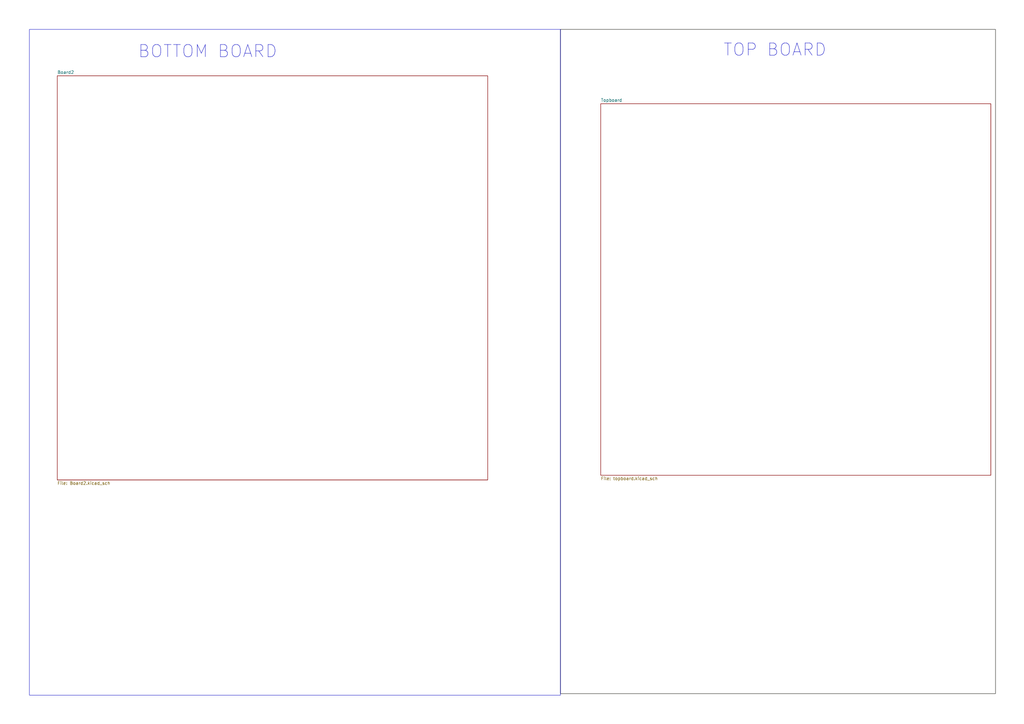
<source format=kicad_sch>
(kicad_sch (version 20230121) (generator eeschema)
  (paper "A3")
  (title_block (title "LYRA Flight Computer V3") (date "2023-11-23") (rev "0") (company "Polaris Rocketry Systems"))
  (lib_symbols)
  (rectangle (start 229.87 12.065) (end 408.305 284.48) (stroke (width 0) (color 8 8 1 1)))
  (rectangle (start 12.065 12.065) (end 229.87 285.115))
  (text "BOTTOM BOARD\n" (at 56.515 24.13 0) (effects (font (size 5 5)) (justify left bottom)))
  (text "TOP BOARD" (at 296.545 23.495 0) (effects (font (size 5 5)) (justify left bottom)))
  (sheet (at 23.495 31.115) (size 176.53 165.735) (stroke (width 0.1524))
    (property "Sheetname" "Board2" (at 23.495 30.4034 0) (effects (justify left bottom)))
    (property "Sheetfile" "Board2.kicad_sch" (at 23.495 197.4346 0) (effects (justify left top)))
  )
  (sheet (at 246.38 42.545) (size 160.02 152.4) (stroke (width 0.1524))
    (property "Sheetname" "Topboard" (at 246.38 41.8334 0) (effects (justify left bottom)))
    (property "Sheetfile" "topboard.kicad_sch" (at 246.38 195.5296 0) (effects (justify left top)))
  )
)
</source>
